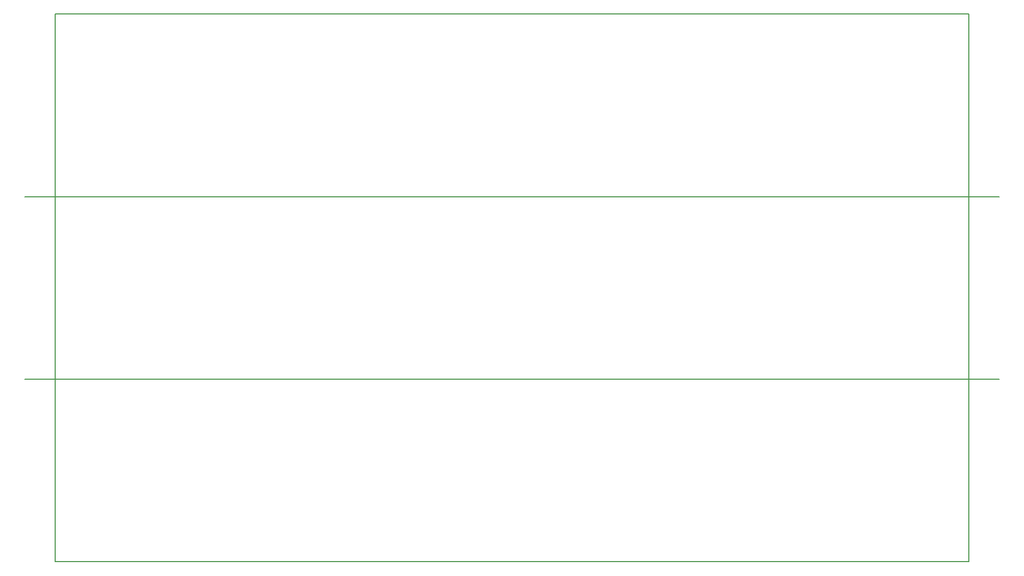
<source format=gbr>
G04 #@! TF.GenerationSoftware,KiCad,Pcbnew,(5.0.0)*
G04 #@! TF.CreationDate,2018-09-02T17:29:03+02:00*
G04 #@! TF.ProjectId,MegaBiels_P,4D6567614269656C735F502E6B696361,rev?*
G04 #@! TF.SameCoordinates,Original*
G04 #@! TF.FileFunction,Profile,NP*
%FSLAX46Y46*%
G04 Gerber Fmt 4.6, Leading zero omitted, Abs format (unit mm)*
G04 Created by KiCad (PCBNEW (5.0.0)) date 09/02/18 17:29:03*
%MOMM*%
%LPD*%
G01*
G04 APERTURE LIST*
%ADD10C,0.150000*%
G04 APERTURE END LIST*
D10*
X235000000Y-144000000D02*
X235000000Y-114000000D01*
X85000000Y-114000000D02*
X85000000Y-144000000D01*
X85000000Y-144000000D02*
X235000000Y-144000000D01*
X235000000Y-114000000D02*
X235000000Y-84000000D01*
X85000000Y-84000000D02*
X85000000Y-114000000D01*
X80000000Y-114000000D02*
X240000000Y-114000000D01*
X235000000Y-54000000D02*
X85000000Y-54000000D01*
X235000000Y-84000000D02*
X235000000Y-54000000D01*
X80000000Y-84000000D02*
X240000000Y-84000000D01*
X85000000Y-54000000D02*
X85000000Y-84000000D01*
M02*

</source>
